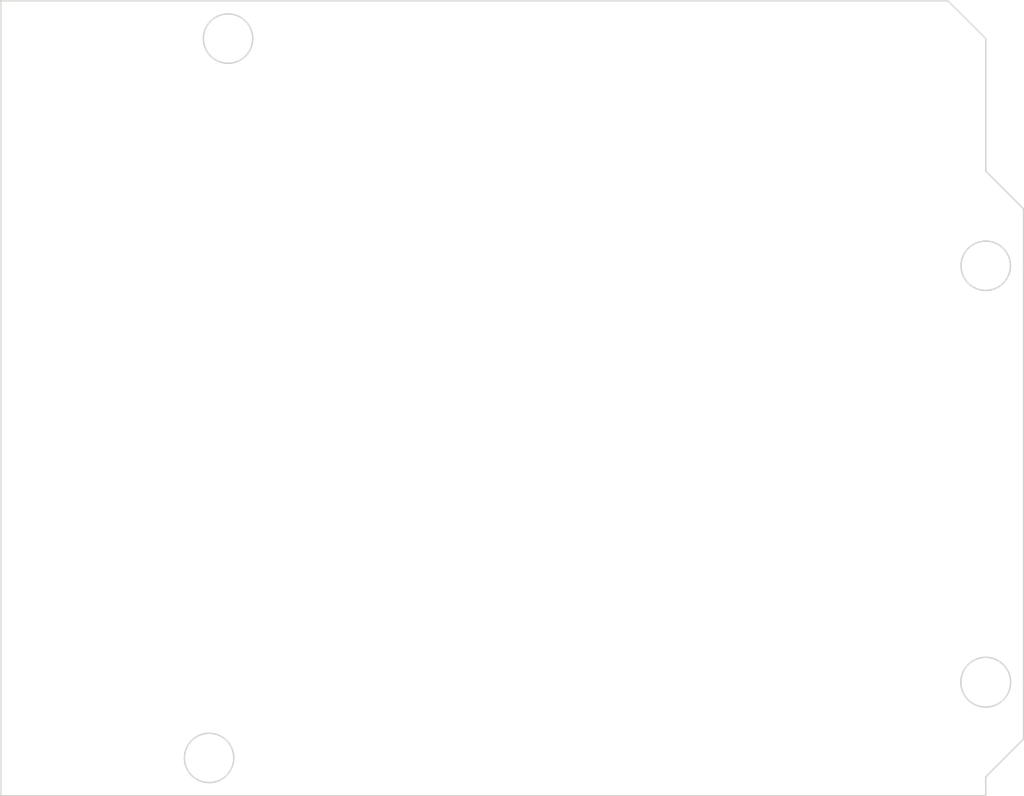
<source format=kicad_pcb>
(kicad_pcb (version 3) (host pcbnew "(2013-07-07 BZR 4022)-stable")

  (general
    (links 0)
    (no_connects 0)
    (area 0 0 0 0)
    (thickness 1.6)
    (drawings 16)
    (tracks 0)
    (zones 0)
    (modules 0)
    (nets 1)
  )

  (page A3)
  (layers
    (15 F.Cu signal)
    (0 B.Cu signal)
    (16 B.Adhes user)
    (17 F.Adhes user)
    (18 B.Paste user)
    (19 F.Paste user)
    (20 B.SilkS user)
    (21 F.SilkS user)
    (22 B.Mask user)
    (23 F.Mask user)
    (24 Dwgs.User user)
    (25 Cmts.User user)
    (26 Eco1.User user)
    (27 Eco2.User user)
    (28 Edge.Cuts user)
  )

  (setup
    (last_trace_width 0.254)
    (trace_clearance 0.254)
    (zone_clearance 0.508)
    (zone_45_only no)
    (trace_min 0.254)
    (segment_width 0.2)
    (edge_width 0.1)
    (via_size 0.889)
    (via_drill 0.635)
    (via_min_size 0.889)
    (via_min_drill 0.508)
    (uvia_size 0.508)
    (uvia_drill 0.127)
    (uvias_allowed no)
    (uvia_min_size 0.508)
    (uvia_min_drill 0.127)
    (pcb_text_width 0.3)
    (pcb_text_size 1.5 1.5)
    (mod_edge_width 0.15)
    (mod_text_size 1 1)
    (mod_text_width 0.15)
    (pad_size 1.5 1.5)
    (pad_drill 0.6)
    (pad_to_mask_clearance 0)
    (aux_axis_origin 0 0)
    (visible_elements FFFFFFBF)
    (pcbplotparams
      (layerselection 3178497)
      (usegerberextensions true)
      (excludeedgelayer true)
      (linewidth 0.150000)
      (plotframeref false)
      (viasonmask false)
      (mode 1)
      (useauxorigin false)
      (hpglpennumber 1)
      (hpglpenspeed 20)
      (hpglpendiameter 15)
      (hpglpenoverlay 2)
      (psnegative false)
      (psa4output false)
      (plotreference true)
      (plotvalue true)
      (plotothertext true)
      (plotinvisibletext false)
      (padsonsilk false)
      (subtractmaskfromsilk false)
      (outputformat 1)
      (mirror false)
      (drillshape 1)
      (scaleselection 1)
      (outputdirectory ""))
  )

  (net 0 "")

  (net_class Default "This is the default net class."
    (clearance 0.254)
    (trace_width 0.254)
    (via_dia 0.889)
    (via_drill 0.635)
    (uvia_dia 0.508)
    (uvia_drill 0.127)
    (add_net "")
  )

  (gr_circle (center 147.32 93.98) (end 145.669 93.853) (layer Edge.Cuts) (width 0.1))
  (gr_circle (center 147.32 121.92) (end 145.669 122.174) (layer Edge.Cuts) (width 0.1))
  (gr_circle (center 96.52 78.74) (end 94.869 78.613) (layer Edge.Cuts) (width 0.1))
  (gr_circle (center 95.25 127) (end 93.599 126.873) (layer Edge.Cuts) (width 0.1))
  (gr_line (start 147.32 78.74) (end 147.32 87.63) (angle 90) (layer Edge.Cuts) (width 0.1))
  (gr_line (start 144.78 76.2) (end 147.32 78.74) (angle 90) (layer Edge.Cuts) (width 0.1))
  (gr_line (start 81.28 76.2) (end 144.78 76.2) (angle 90) (layer Edge.Cuts) (width 0.1))
  (gr_line (start 149.86 90.17) (end 148.59 88.9) (angle 90) (layer Edge.Cuts) (width 0.1))
  (gr_line (start 149.86 93.98) (end 149.86 90.17) (angle 90) (layer Edge.Cuts) (width 0.1))
  (gr_line (start 149.86 125.73) (end 149.86 121.92) (angle 90) (layer Edge.Cuts) (width 0.1))
  (gr_line (start 147.32 128.27) (end 149.86 125.73) (angle 90) (layer Edge.Cuts) (width 0.1))
  (gr_line (start 148.59 88.9) (end 147.32 87.63) (angle 90) (layer Edge.Cuts) (width 0.1))
  (gr_line (start 149.86 121.92) (end 149.86 93.98) (angle 90) (layer Edge.Cuts) (width 0.1))
  (gr_line (start 147.32 129.54) (end 147.32 128.27) (angle 90) (layer Edge.Cuts) (width 0.1))
  (gr_line (start 81.28 129.54) (end 147.32 129.54) (angle 90) (layer Edge.Cuts) (width 0.1))
  (gr_line (start 81.28 76.2) (end 81.28 129.54) (angle 90) (layer Edge.Cuts) (width 0.1))

)

</source>
